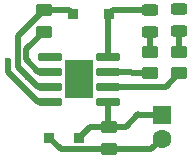
<source format=gbr>
%TF.GenerationSoftware,KiCad,Pcbnew,8.0.5*%
%TF.CreationDate,2026-02-01T00:57:27+07:00*%
%TF.ProjectId,18650_Charger,31383635-305f-4436-9861-726765722e6b,rev?*%
%TF.SameCoordinates,Original*%
%TF.FileFunction,Copper,L1,Top*%
%TF.FilePolarity,Positive*%
%FSLAX46Y46*%
G04 Gerber Fmt 4.6, Leading zero omitted, Abs format (unit mm)*
G04 Created by KiCad (PCBNEW 8.0.5) date 2026-02-01 00:57:27*
%MOMM*%
%LPD*%
G01*
G04 APERTURE LIST*
G04 Aperture macros list*
%AMRoundRect*
0 Rectangle with rounded corners*
0 $1 Rounding radius*
0 $2 $3 $4 $5 $6 $7 $8 $9 X,Y pos of 4 corners*
0 Add a 4 corners polygon primitive as box body*
4,1,4,$2,$3,$4,$5,$6,$7,$8,$9,$2,$3,0*
0 Add four circle primitives for the rounded corners*
1,1,$1+$1,$2,$3*
1,1,$1+$1,$4,$5*
1,1,$1+$1,$6,$7*
1,1,$1+$1,$8,$9*
0 Add four rect primitives between the rounded corners*
20,1,$1+$1,$2,$3,$4,$5,0*
20,1,$1+$1,$4,$5,$6,$7,0*
20,1,$1+$1,$6,$7,$8,$9,0*
20,1,$1+$1,$8,$9,$2,$3,0*%
G04 Aperture macros list end*
%TA.AperFunction,ComponentPad*%
%ADD10R,1.600000X1.600000*%
%TD*%
%TA.AperFunction,ComponentPad*%
%ADD11C,1.600000*%
%TD*%
%TA.AperFunction,ComponentPad*%
%ADD12R,0.850000X0.850000*%
%TD*%
%TA.AperFunction,SMDPad,CuDef*%
%ADD13RoundRect,0.250000X-0.450000X0.262500X-0.450000X-0.262500X0.450000X-0.262500X0.450000X0.262500X0*%
%TD*%
%TA.AperFunction,SMDPad,CuDef*%
%ADD14RoundRect,0.243750X0.456250X-0.243750X0.456250X0.243750X-0.456250X0.243750X-0.456250X-0.243750X0*%
%TD*%
%TA.AperFunction,SMDPad,CuDef*%
%ADD15RoundRect,0.250000X0.450000X-0.262500X0.450000X0.262500X-0.450000X0.262500X-0.450000X-0.262500X0*%
%TD*%
%TA.AperFunction,SMDPad,CuDef*%
%ADD16RoundRect,0.250000X-0.475000X0.250000X-0.475000X-0.250000X0.475000X-0.250000X0.475000X0.250000X0*%
%TD*%
%TA.AperFunction,SMDPad,CuDef*%
%ADD17R,2.413000X3.302000*%
%TD*%
%TA.AperFunction,SMDPad,CuDef*%
%ADD18RoundRect,0.075000X-0.910000X-0.225000X0.910000X-0.225000X0.910000X0.225000X-0.910000X0.225000X0*%
%TD*%
%TA.AperFunction,ViaPad*%
%ADD19C,0.600000*%
%TD*%
%TA.AperFunction,Conductor*%
%ADD20C,0.500000*%
%TD*%
%TA.AperFunction,Conductor*%
%ADD21C,0.200000*%
%TD*%
G04 APERTURE END LIST*
D10*
%TO.P,C2,1*%
%TO.N,Net-(J3-Pin_1)*%
X135000000Y-67544888D03*
D11*
%TO.P,C2,2*%
%TO.N,0*%
X135000000Y-69544888D03*
%TD*%
D12*
%TO.P,J4,1,Pin_1*%
%TO.N,0*%
X125500000Y-69500000D03*
%TD*%
D13*
%TO.P,R3,1*%
%TO.N,Net-(D2-K)*%
X134000000Y-62175000D03*
%TO.P,R3,2*%
%TO.N,Net-(U1-~{CHRG})*%
X134000000Y-64000000D03*
%TD*%
D14*
%TO.P,D1,1,K*%
%TO.N,Net-(D1-K)*%
X136500000Y-60462500D03*
%TO.P,D1,2,A*%
%TO.N,Net-(D1-A)*%
X136500000Y-58587500D03*
%TD*%
%TO.P,D2,1,K*%
%TO.N,Net-(D2-K)*%
X134000000Y-60500000D03*
%TO.P,D2,2,A*%
%TO.N,Net-(D1-A)*%
X134000000Y-58625000D03*
%TD*%
D15*
%TO.P,R1,1*%
%TO.N,Net-(U1-PROG)*%
X125000000Y-60500000D03*
%TO.P,R1,2*%
%TO.N,0*%
X125000000Y-58675000D03*
%TD*%
D12*
%TO.P,J2,1,Pin_1*%
%TO.N,0*%
X127500000Y-59000000D03*
%TD*%
%TO.P,J1,1,Pin_1*%
%TO.N,Net-(D1-A)*%
X130500000Y-59000000D03*
%TD*%
D16*
%TO.P,C1,1*%
%TO.N,Net-(J3-Pin_1)*%
X130500000Y-68550000D03*
%TO.P,C1,2*%
%TO.N,0*%
X130500000Y-70450000D03*
%TD*%
D17*
%TO.P,U1,9,EP*%
%TO.N,unconnected-(U1-EP-Pad9)*%
X128000000Y-64500000D03*
D18*
%TO.P,U1,8,CE*%
%TO.N,Net-(D1-A)*%
X130475000Y-62595000D03*
%TO.P,U1,7,~{CHRG}*%
%TO.N,Net-(U1-~{CHRG})*%
X130475000Y-63865000D03*
%TO.P,U1,6,~{STDBY}*%
%TO.N,Net-(U1-~{STDBY})*%
X130475000Y-65135000D03*
%TO.P,U1,5,BAT*%
%TO.N,Net-(J3-Pin_1)*%
X130475000Y-66405000D03*
%TO.P,U1,4,VCC*%
%TO.N,Net-(D1-A)*%
X125525000Y-66405000D03*
%TO.P,U1,3,GND*%
%TO.N,0*%
X125525000Y-65135000D03*
%TO.P,U1,2,PROG*%
%TO.N,Net-(U1-PROG)*%
X125525000Y-63865000D03*
%TO.P,U1,1,TEMP*%
%TO.N,unconnected-(U1-TEMP-Pad1)*%
X125525000Y-62595000D03*
%TD*%
D13*
%TO.P,R2,1*%
%TO.N,Net-(D1-K)*%
X136500000Y-62175000D03*
%TO.P,R2,2*%
%TO.N,Net-(U1-~{STDBY})*%
X136500000Y-64000000D03*
%TD*%
D12*
%TO.P,J3,1,Pin_1*%
%TO.N,Net-(J3-Pin_1)*%
X128000000Y-69500000D03*
%TD*%
D19*
%TO.N,0*%
X123702501Y-64297499D03*
%TO.N,Net-(D1-A)*%
X122000000Y-63000000D03*
%TD*%
D20*
%TO.N,0*%
X122952500Y-63547499D02*
X122800000Y-63394999D01*
X123702501Y-64297499D02*
X123702500Y-64297499D01*
X125000000Y-58675000D02*
X127175000Y-58675000D01*
D21*
X125000000Y-58675000D02*
X125325000Y-58675000D01*
D20*
X123702500Y-64297499D02*
X122952501Y-63547500D01*
X126450000Y-70450000D02*
X125500000Y-69500000D01*
X130500000Y-70450000D02*
X134094888Y-70450000D01*
X122952501Y-63547500D02*
X122952500Y-63547500D01*
X127175000Y-58675000D02*
X127500000Y-59000000D01*
X123702501Y-64297500D02*
X123702501Y-64297499D01*
X124540001Y-65135000D02*
X123702501Y-64297500D01*
X130500000Y-70450000D02*
X126450000Y-70450000D01*
X125525000Y-65135000D02*
X124540001Y-65135000D01*
X122800000Y-60875000D02*
X125000000Y-58675000D01*
X134094888Y-70450000D02*
X135000000Y-69544888D01*
X122952500Y-63547500D02*
X122952500Y-63547499D01*
X122800000Y-63394999D02*
X122800000Y-60875000D01*
%TO.N,Net-(D1-A)*%
X134000000Y-58625000D02*
X130875000Y-58625000D01*
X122000000Y-63000000D02*
X122000000Y-63864999D01*
X130475000Y-59025000D02*
X130500000Y-59000000D01*
X122000000Y-63864999D02*
X124540001Y-66405000D01*
X130875000Y-58625000D02*
X130500000Y-59000000D01*
X124540001Y-66405000D02*
X125525000Y-66405000D01*
X130475000Y-62595000D02*
X130475000Y-59025000D01*
%TO.N,Net-(D1-K)*%
X136500000Y-60462500D02*
X136500000Y-62175000D01*
%TO.N,Net-(D2-K)*%
X134000000Y-60500000D02*
X134000000Y-62175000D01*
%TO.N,Net-(U1-PROG)*%
X125525000Y-63865000D02*
X124540001Y-63865000D01*
X124540001Y-63865000D02*
X123500000Y-62824999D01*
X123500000Y-62000000D02*
X125000000Y-60500000D01*
X123500000Y-62824999D02*
X123500000Y-62000000D01*
%TO.N,Net-(U1-~{STDBY})*%
X135365000Y-65135000D02*
X136500000Y-64000000D01*
X130475000Y-65135000D02*
X135365000Y-65135000D01*
%TO.N,Net-(U1-~{CHRG})*%
X132500000Y-64000000D02*
X134000000Y-64000000D01*
X130475000Y-63865000D02*
X132365000Y-63865000D01*
X132365000Y-63865000D02*
X132500000Y-64000000D01*
%TO.N,Net-(J3-Pin_1)*%
X133044888Y-67544888D02*
X135000000Y-67544888D01*
X128950000Y-68550000D02*
X128000000Y-69500000D01*
X130500000Y-68550000D02*
X131950000Y-68550000D01*
X130500000Y-68550000D02*
X128950000Y-68550000D01*
X130475000Y-66405000D02*
X130475000Y-68525000D01*
X131950000Y-68550000D02*
X133000000Y-67500000D01*
X133000000Y-67500000D02*
X133044888Y-67544888D01*
X130475000Y-68525000D02*
X130500000Y-68550000D01*
%TD*%
M02*

</source>
